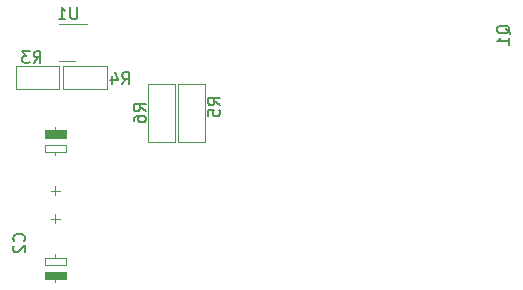
<source format=gbr>
%TF.GenerationSoftware,KiCad,Pcbnew,7.0.9*%
%TF.CreationDate,2024-06-20T11:52:21+03:00*%
%TF.ProjectId,___________ _____,1c304235-4038-43d4-913a-304f203f3b30,rev?*%
%TF.SameCoordinates,Original*%
%TF.FileFunction,Legend,Bot*%
%TF.FilePolarity,Positive*%
%FSLAX46Y46*%
G04 Gerber Fmt 4.6, Leading zero omitted, Abs format (unit mm)*
G04 Created by KiCad (PCBNEW 7.0.9) date 2024-06-20 11:52:21*
%MOMM*%
%LPD*%
G01*
G04 APERTURE LIST*
%ADD10C,0.150000*%
%ADD11C,0.120000*%
G04 APERTURE END LIST*
D10*
X238859580Y-94333333D02*
X238907200Y-94285714D01*
X238907200Y-94285714D02*
X238954819Y-94142857D01*
X238954819Y-94142857D02*
X238954819Y-94047619D01*
X238954819Y-94047619D02*
X238907200Y-93904762D01*
X238907200Y-93904762D02*
X238811961Y-93809524D01*
X238811961Y-93809524D02*
X238716723Y-93761905D01*
X238716723Y-93761905D02*
X238526247Y-93714286D01*
X238526247Y-93714286D02*
X238383390Y-93714286D01*
X238383390Y-93714286D02*
X238192914Y-93761905D01*
X238192914Y-93761905D02*
X238097676Y-93809524D01*
X238097676Y-93809524D02*
X238002438Y-93904762D01*
X238002438Y-93904762D02*
X237954819Y-94047619D01*
X237954819Y-94047619D02*
X237954819Y-94142857D01*
X237954819Y-94142857D02*
X238002438Y-94285714D01*
X238002438Y-94285714D02*
X238050057Y-94333333D01*
X238050057Y-94714286D02*
X238002438Y-94761905D01*
X238002438Y-94761905D02*
X237954819Y-94857143D01*
X237954819Y-94857143D02*
X237954819Y-95095238D01*
X237954819Y-95095238D02*
X238002438Y-95190476D01*
X238002438Y-95190476D02*
X238050057Y-95238095D01*
X238050057Y-95238095D02*
X238145295Y-95285714D01*
X238145295Y-95285714D02*
X238240533Y-95285714D01*
X238240533Y-95285714D02*
X238383390Y-95238095D01*
X238383390Y-95238095D02*
X238954819Y-94666667D01*
X238954819Y-94666667D02*
X238954819Y-95285714D01*
X280029189Y-76804761D02*
X279981570Y-76709523D01*
X279981570Y-76709523D02*
X279886332Y-76614285D01*
X279886332Y-76614285D02*
X279743474Y-76471428D01*
X279743474Y-76471428D02*
X279695855Y-76376190D01*
X279695855Y-76376190D02*
X279695855Y-76280952D01*
X279933951Y-76328571D02*
X279886332Y-76233333D01*
X279886332Y-76233333D02*
X279791093Y-76138095D01*
X279791093Y-76138095D02*
X279600617Y-76090476D01*
X279600617Y-76090476D02*
X279267284Y-76090476D01*
X279267284Y-76090476D02*
X279076808Y-76138095D01*
X279076808Y-76138095D02*
X278981570Y-76233333D01*
X278981570Y-76233333D02*
X278933951Y-76328571D01*
X278933951Y-76328571D02*
X278933951Y-76519047D01*
X278933951Y-76519047D02*
X278981570Y-76614285D01*
X278981570Y-76614285D02*
X279076808Y-76709523D01*
X279076808Y-76709523D02*
X279267284Y-76757142D01*
X279267284Y-76757142D02*
X279600617Y-76757142D01*
X279600617Y-76757142D02*
X279791093Y-76709523D01*
X279791093Y-76709523D02*
X279886332Y-76614285D01*
X279886332Y-76614285D02*
X279933951Y-76519047D01*
X279933951Y-76519047D02*
X279933951Y-76328571D01*
X279933951Y-77709523D02*
X279933951Y-77138095D01*
X279933951Y-77423809D02*
X278933951Y-77423809D01*
X278933951Y-77423809D02*
X279076808Y-77328571D01*
X279076808Y-77328571D02*
X279172046Y-77233333D01*
X279172046Y-77233333D02*
X279219665Y-77138095D01*
X247166666Y-81054819D02*
X247499999Y-80578628D01*
X247738094Y-81054819D02*
X247738094Y-80054819D01*
X247738094Y-80054819D02*
X247357142Y-80054819D01*
X247357142Y-80054819D02*
X247261904Y-80102438D01*
X247261904Y-80102438D02*
X247214285Y-80150057D01*
X247214285Y-80150057D02*
X247166666Y-80245295D01*
X247166666Y-80245295D02*
X247166666Y-80388152D01*
X247166666Y-80388152D02*
X247214285Y-80483390D01*
X247214285Y-80483390D02*
X247261904Y-80531009D01*
X247261904Y-80531009D02*
X247357142Y-80578628D01*
X247357142Y-80578628D02*
X247738094Y-80578628D01*
X246309523Y-80388152D02*
X246309523Y-81054819D01*
X246547618Y-80007200D02*
X246785713Y-80721485D01*
X246785713Y-80721485D02*
X246166666Y-80721485D01*
X243361904Y-74554819D02*
X243361904Y-75364342D01*
X243361904Y-75364342D02*
X243314285Y-75459580D01*
X243314285Y-75459580D02*
X243266666Y-75507200D01*
X243266666Y-75507200D02*
X243171428Y-75554819D01*
X243171428Y-75554819D02*
X242980952Y-75554819D01*
X242980952Y-75554819D02*
X242885714Y-75507200D01*
X242885714Y-75507200D02*
X242838095Y-75459580D01*
X242838095Y-75459580D02*
X242790476Y-75364342D01*
X242790476Y-75364342D02*
X242790476Y-74554819D01*
X241790476Y-75554819D02*
X242361904Y-75554819D01*
X242076190Y-75554819D02*
X242076190Y-74554819D01*
X242076190Y-74554819D02*
X242171428Y-74697676D01*
X242171428Y-74697676D02*
X242266666Y-74792914D01*
X242266666Y-74792914D02*
X242361904Y-74840533D01*
X255454819Y-82833333D02*
X254978628Y-82500000D01*
X255454819Y-82261905D02*
X254454819Y-82261905D01*
X254454819Y-82261905D02*
X254454819Y-82642857D01*
X254454819Y-82642857D02*
X254502438Y-82738095D01*
X254502438Y-82738095D02*
X254550057Y-82785714D01*
X254550057Y-82785714D02*
X254645295Y-82833333D01*
X254645295Y-82833333D02*
X254788152Y-82833333D01*
X254788152Y-82833333D02*
X254883390Y-82785714D01*
X254883390Y-82785714D02*
X254931009Y-82738095D01*
X254931009Y-82738095D02*
X254978628Y-82642857D01*
X254978628Y-82642857D02*
X254978628Y-82261905D01*
X254454819Y-83738095D02*
X254454819Y-83261905D01*
X254454819Y-83261905D02*
X254931009Y-83214286D01*
X254931009Y-83214286D02*
X254883390Y-83261905D01*
X254883390Y-83261905D02*
X254835771Y-83357143D01*
X254835771Y-83357143D02*
X254835771Y-83595238D01*
X254835771Y-83595238D02*
X254883390Y-83690476D01*
X254883390Y-83690476D02*
X254931009Y-83738095D01*
X254931009Y-83738095D02*
X255026247Y-83785714D01*
X255026247Y-83785714D02*
X255264342Y-83785714D01*
X255264342Y-83785714D02*
X255359580Y-83738095D01*
X255359580Y-83738095D02*
X255407200Y-83690476D01*
X255407200Y-83690476D02*
X255454819Y-83595238D01*
X255454819Y-83595238D02*
X255454819Y-83357143D01*
X255454819Y-83357143D02*
X255407200Y-83261905D01*
X255407200Y-83261905D02*
X255359580Y-83214286D01*
X249154819Y-83333333D02*
X248678628Y-83000000D01*
X249154819Y-82761905D02*
X248154819Y-82761905D01*
X248154819Y-82761905D02*
X248154819Y-83142857D01*
X248154819Y-83142857D02*
X248202438Y-83238095D01*
X248202438Y-83238095D02*
X248250057Y-83285714D01*
X248250057Y-83285714D02*
X248345295Y-83333333D01*
X248345295Y-83333333D02*
X248488152Y-83333333D01*
X248488152Y-83333333D02*
X248583390Y-83285714D01*
X248583390Y-83285714D02*
X248631009Y-83238095D01*
X248631009Y-83238095D02*
X248678628Y-83142857D01*
X248678628Y-83142857D02*
X248678628Y-82761905D01*
X248154819Y-84190476D02*
X248154819Y-84000000D01*
X248154819Y-84000000D02*
X248202438Y-83904762D01*
X248202438Y-83904762D02*
X248250057Y-83857143D01*
X248250057Y-83857143D02*
X248392914Y-83761905D01*
X248392914Y-83761905D02*
X248583390Y-83714286D01*
X248583390Y-83714286D02*
X248964342Y-83714286D01*
X248964342Y-83714286D02*
X249059580Y-83761905D01*
X249059580Y-83761905D02*
X249107200Y-83809524D01*
X249107200Y-83809524D02*
X249154819Y-83904762D01*
X249154819Y-83904762D02*
X249154819Y-84095238D01*
X249154819Y-84095238D02*
X249107200Y-84190476D01*
X249107200Y-84190476D02*
X249059580Y-84238095D01*
X249059580Y-84238095D02*
X248964342Y-84285714D01*
X248964342Y-84285714D02*
X248726247Y-84285714D01*
X248726247Y-84285714D02*
X248631009Y-84238095D01*
X248631009Y-84238095D02*
X248583390Y-84190476D01*
X248583390Y-84190476D02*
X248535771Y-84095238D01*
X248535771Y-84095238D02*
X248535771Y-83904762D01*
X248535771Y-83904762D02*
X248583390Y-83809524D01*
X248583390Y-83809524D02*
X248631009Y-83761905D01*
X248631009Y-83761905D02*
X248726247Y-83714286D01*
X239666666Y-79254819D02*
X239999999Y-78778628D01*
X240238094Y-79254819D02*
X240238094Y-78254819D01*
X240238094Y-78254819D02*
X239857142Y-78254819D01*
X239857142Y-78254819D02*
X239761904Y-78302438D01*
X239761904Y-78302438D02*
X239714285Y-78350057D01*
X239714285Y-78350057D02*
X239666666Y-78445295D01*
X239666666Y-78445295D02*
X239666666Y-78588152D01*
X239666666Y-78588152D02*
X239714285Y-78683390D01*
X239714285Y-78683390D02*
X239761904Y-78731009D01*
X239761904Y-78731009D02*
X239857142Y-78778628D01*
X239857142Y-78778628D02*
X240238094Y-78778628D01*
X239333332Y-78254819D02*
X238714285Y-78254819D01*
X238714285Y-78254819D02*
X239047618Y-78635771D01*
X239047618Y-78635771D02*
X238904761Y-78635771D01*
X238904761Y-78635771D02*
X238809523Y-78683390D01*
X238809523Y-78683390D02*
X238761904Y-78731009D01*
X238761904Y-78731009D02*
X238714285Y-78826247D01*
X238714285Y-78826247D02*
X238714285Y-79064342D01*
X238714285Y-79064342D02*
X238761904Y-79159580D01*
X238761904Y-79159580D02*
X238809523Y-79207200D01*
X238809523Y-79207200D02*
X238904761Y-79254819D01*
X238904761Y-79254819D02*
X239190475Y-79254819D01*
X239190475Y-79254819D02*
X239285713Y-79207200D01*
X239285713Y-79207200D02*
X239333332Y-79159580D01*
D11*
%TO.C,C1*%
X241100000Y-90067677D02*
X241900000Y-90067677D01*
X241500000Y-89667677D02*
X241500000Y-90467677D01*
X241500000Y-86767677D02*
X241500000Y-87067677D01*
X241500000Y-84667677D02*
X241500000Y-84967677D01*
X240600000Y-86167677D02*
X242400000Y-86167677D01*
X242400000Y-86167677D02*
X242400000Y-86767677D01*
X242400000Y-86767677D02*
X240600000Y-86767677D01*
X240600000Y-86767677D02*
X240600000Y-86167677D01*
X240600000Y-84967677D02*
X242400000Y-84967677D01*
X242400000Y-84967677D02*
X242400000Y-85567677D01*
X242400000Y-85567677D02*
X240600000Y-85567677D01*
X240600000Y-85567677D02*
X240600000Y-84967677D01*
G36*
X240600000Y-84967677D02*
G01*
X242400000Y-84967677D01*
X242400000Y-85567677D01*
X240600000Y-85567677D01*
X240600000Y-84967677D01*
G37*
%TO.C,C2*%
X241900000Y-92432323D02*
X241100000Y-92432323D01*
X241500000Y-92832323D02*
X241500000Y-92032323D01*
X241500000Y-95732323D02*
X241500000Y-95432323D01*
X241500000Y-97832323D02*
X241500000Y-97532323D01*
X242400000Y-96332323D02*
X240600000Y-96332323D01*
X240600000Y-96332323D02*
X240600000Y-95732323D01*
X240600000Y-95732323D02*
X242400000Y-95732323D01*
X242400000Y-95732323D02*
X242400000Y-96332323D01*
X242400000Y-97532323D02*
X240600000Y-97532323D01*
X240600000Y-97532323D02*
X240600000Y-96932323D01*
X240600000Y-96932323D02*
X242400000Y-96932323D01*
X242400000Y-96932323D02*
X242400000Y-97532323D01*
G36*
X242400000Y-97532323D02*
G01*
X240600000Y-97532323D01*
X240600000Y-96932323D01*
X242400000Y-96932323D01*
X242400000Y-97532323D01*
G37*
%TO.C,R4*%
X242158500Y-79547500D02*
X245841500Y-79547500D01*
X242158500Y-81452500D02*
X242158500Y-79547500D01*
X245841500Y-79547500D02*
X245841500Y-81452500D01*
X245841500Y-81452500D02*
X242158500Y-81452500D01*
%TO.C,U1*%
X242500000Y-79060000D02*
X243150000Y-79060000D01*
X242500000Y-79060000D02*
X241850000Y-79060000D01*
X242500000Y-75940000D02*
X244175000Y-75940000D01*
X242500000Y-75940000D02*
X241850000Y-75940000D01*
%TO.C,R5*%
X254143000Y-81011000D02*
X254143000Y-85964000D01*
X251857000Y-81011000D02*
X254143000Y-81011000D01*
X254143000Y-85964000D02*
X251857000Y-85964000D01*
X251857000Y-85964000D02*
X251857000Y-81011000D01*
%TO.C,R6*%
X249357000Y-85964000D02*
X249357000Y-81011000D01*
X251643000Y-85964000D02*
X249357000Y-85964000D01*
X249357000Y-81011000D02*
X251643000Y-81011000D01*
X251643000Y-81011000D02*
X251643000Y-85964000D01*
%TO.C,R3*%
X238158500Y-79547500D02*
X241841500Y-79547500D01*
X238158500Y-81452500D02*
X238158500Y-79547500D01*
X241841500Y-79547500D02*
X241841500Y-81452500D01*
X241841500Y-81452500D02*
X238158500Y-81452500D01*
%TD*%
M02*

</source>
